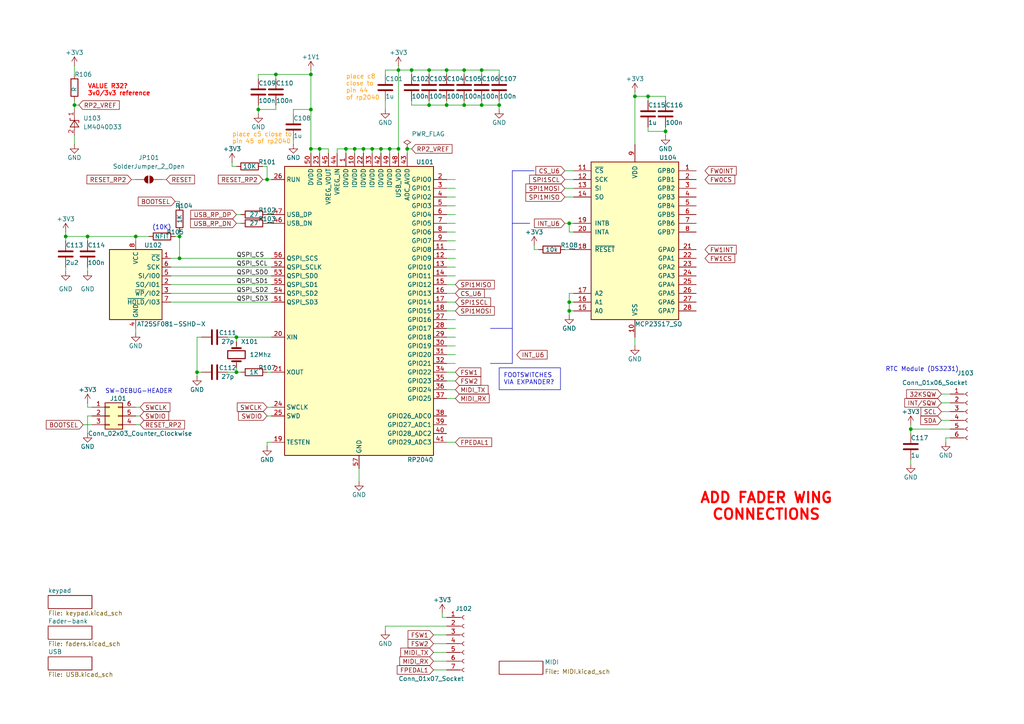
<source format=kicad_sch>
(kicad_sch (version 20231120) (generator "eeschema") (generator_version "8.0")
  (paper "A4")
  (title_block (title "midi-controller") (rev "1.0") (company "NTDev-Technology"))
  (junction (at 134.62 20.32))
  (junction (at 102.87 43.18))
  (junction (at 129.54 30.48))
  (junction (at 165.1 87.63))
  (junction (at 90.17 43.18))
  (junction (at 184.15 27.94))
  (junction (at 21.59 30.48))
  (junction (at 129.54 20.32))
  (junction (at 52.07 74.93))
  (junction (at 52.07 68.58))
  (junction (at 165.1 90.17))
  (junction (at 90.17 21.59))
  (junction (at 139.7 30.48))
  (junction (at 144.78 30.48))
  (junction (at 25.4 68.58))
  (junction (at 134.62 30.48))
  (junction (at 105.41 43.18))
  (junction (at 80.01 21.59))
  (junction (at 57.15 107.95))
  (junction (at 110.49 43.18))
  (junction (at 90.17 31.75))
  (junction (at 107.95 43.18))
  (junction (at 119.38 20.32))
  (junction (at 113.03 43.18))
  (junction (at 92.71 43.18))
  (junction (at 100.33 43.18))
  (junction (at 124.46 20.32))
  (junction (at 264.16 124.46))
  (junction (at 193.04 38.1))
  (junction (at 68.58 107.95))
  (junction (at 115.57 43.18))
  (junction (at 74.93 31.75))
  (junction (at 187.96 27.94))
  (junction (at 115.57 20.32))
  (junction (at 19.05 68.58))
  (junction (at 68.58 97.79))
  (junction (at 118.11 43.18))
  (junction (at 124.46 30.48))
  (junction (at 39.37 68.58))
  (junction (at 139.7 20.32))
  (junction (at 77.47 52.07))
  (junction (at 165.1 64.77))
  (wire (pts (xy 57.15 107.95) (xy 58.42 107.95)))
  (wire (pts (xy 68.58 62.23) (xy 69.85 62.23)))
  (wire (pts (xy 78.74 128.27) (xy 77.47 128.27)))
  (wire (pts (xy 74.93 33.02) (xy 74.93 31.75)))
  (wire (pts (xy 52.07 58.42) (xy 52.07 59.69)))
  (wire (pts (xy 57.15 107.95) (xy 57.15 109.22)))
  (wire (pts (xy 129.54 179.07) (xy 128.27 179.07)))
  (wire (pts (xy 39.37 68.58) (xy 43.18 68.58)))
  (wire (pts (xy 52.07 67.31) (xy 52.07 68.58)))
  (wire (pts (xy 69.85 107.95) (xy 68.58 107.95)))
  (wire (pts (xy 58.42 97.79) (xy 57.15 97.79)))
  (wire (pts (xy 107.95 43.18) (xy 110.49 43.18)))
  (wire (pts (xy 124.46 29.21) (xy 124.46 30.48)))
  (wire (pts (xy 80.01 31.75) (xy 74.93 31.75)))
  (wire (pts (xy 115.57 20.32) (xy 115.57 43.18)))
  (wire (pts (xy 97.79 44.45) (xy 97.79 43.18)))
  (wire (pts (xy 39.37 120.65) (xy 40.64 120.65)))
  (wire (pts (xy 273.05 119.38) (xy 275.59 119.38)))
  (wire (pts (xy 111.76 20.32) (xy 115.57 20.32)))
  (wire (pts (xy 119.38 20.32) (xy 115.57 20.32)))
  (wire (pts (xy 134.62 29.21) (xy 134.62 30.48)))
  (wire (pts (xy 165.1 85.09) (xy 165.1 87.63)))
  (wire (pts (xy 52.07 68.58) (xy 52.07 74.93)))
  (wire (pts (xy 118.11 43.18) (xy 118.11 44.45)))
  (wire (pts (xy 77.47 52.07) (xy 78.74 52.07)))
  (wire (pts (xy 21.59 29.21) (xy 21.59 30.48)))
  (wire (pts (xy 144.78 20.32) (xy 139.7 20.32)))
  (wire (pts (xy 25.4 77.47) (xy 25.4 78.74)))
  (polyline (pts (xy 148.59 64.77) (xy 149.86 64.77)))
  (wire (pts (xy 129.54 181.61) (xy 111.76 181.61)))
  (wire (pts (xy 144.78 30.48) (xy 144.78 31.75)))
  (wire (pts (xy 38.1 52.07) (xy 39.37 52.07)))
  (wire (pts (xy 25.4 120.65) (xy 25.4 125.73)))
  (wire (pts (xy 77.47 64.77) (xy 78.74 64.77)))
  (wire (pts (xy 77.47 62.23) (xy 78.74 62.23)))
  (wire (pts (xy 25.4 68.58) (xy 39.37 68.58)))
  (wire (pts (xy 129.54 54.61) (xy 132.08 54.61)))
  (wire (pts (xy 129.54 113.03) (xy 132.08 113.03)))
  (wire (pts (xy 193.04 29.21) (xy 193.04 27.94)))
  (wire (pts (xy 129.54 82.55) (xy 132.08 82.55)))
  (wire (pts (xy 129.54 20.32) (xy 124.46 20.32)))
  (wire (pts (xy 125.73 186.69) (xy 129.54 186.69)))
  (wire (pts (xy 193.04 36.83) (xy 193.04 38.1)))
  (wire (pts (xy 100.33 43.18) (xy 102.87 43.18)))
  (wire (pts (xy 187.96 27.94) (xy 184.15 27.94)))
  (wire (pts (xy 111.76 181.61) (xy 111.76 182.88)))
  (wire (pts (xy 110.49 43.18) (xy 113.03 43.18)))
  (wire (pts (xy 19.05 69.85) (xy 19.05 68.58)))
  (wire (pts (xy 115.57 43.18) (xy 113.03 43.18)))
  (wire (pts (xy 134.62 30.48) (xy 139.7 30.48)))
  (wire (pts (xy 77.47 128.27) (xy 77.47 129.54)))
  (wire (pts (xy 163.83 49.53) (xy 166.37 49.53)))
  (wire (pts (xy 163.83 52.07) (xy 166.37 52.07)))
  (wire (pts (xy 105.41 43.18) (xy 107.95 43.18)))
  (wire (pts (xy 85.09 31.75) (xy 85.09 33.02)))
  (wire (pts (xy 119.38 21.59) (xy 119.38 20.32)))
  (wire (pts (xy 129.54 64.77) (xy 132.08 64.77)))
  (wire (pts (xy 77.47 118.11) (xy 78.74 118.11)))
  (wire (pts (xy 129.54 87.63) (xy 132.08 87.63)))
  (wire (pts (xy 273.05 121.92) (xy 275.59 121.92)))
  (polyline (pts (xy 148.59 105.41) (xy 148.59 60.96)))
  (wire (pts (xy 129.54 59.69) (xy 132.08 59.69)))
  (wire (pts (xy 76.2 48.26) (xy 77.47 48.26)))
  (wire (pts (xy 92.71 43.18) (xy 90.17 43.18)))
  (wire (pts (xy 129.54 80.01) (xy 132.08 80.01)))
  (wire (pts (xy 129.54 67.31) (xy 132.08 67.31)))
  (wire (pts (xy 68.58 64.77) (xy 69.85 64.77)))
  (wire (pts (xy 184.15 27.94) (xy 184.15 41.91)))
  (wire (pts (xy 49.53 87.63) (xy 78.74 87.63)))
  (wire (pts (xy 129.54 20.32) (xy 129.54 21.59)))
  (wire (pts (xy 163.83 54.61) (xy 166.37 54.61)))
  (wire (pts (xy 129.54 107.95) (xy 132.08 107.95)))
  (wire (pts (xy 90.17 43.18) (xy 90.17 44.45)))
  (wire (pts (xy 19.05 77.47) (xy 19.05 78.74)))
  (wire (pts (xy 129.54 30.48) (xy 134.62 30.48)))
  (wire (pts (xy 166.37 87.63) (xy 165.1 87.63)))
  (wire (pts (xy 144.78 29.21) (xy 144.78 30.48)))
  (wire (pts (xy 77.47 107.95) (xy 78.74 107.95)))
  (wire (pts (xy 125.73 184.15) (xy 129.54 184.15)))
  (wire (pts (xy 163.83 57.15) (xy 166.37 57.15)))
  (wire (pts (xy 187.96 29.21) (xy 187.96 27.94)))
  (wire (pts (xy 85.09 31.75) (xy 90.17 31.75)))
  (wire (pts (xy 68.58 97.79) (xy 78.74 97.79)))
  (wire (pts (xy 39.37 123.19) (xy 40.64 123.19)))
  (wire (pts (xy 129.54 105.41) (xy 132.08 105.41)))
  (wire (pts (xy 39.37 95.25) (xy 39.37 96.52)))
  (wire (pts (xy 129.54 115.57) (xy 132.08 115.57)))
  (wire (pts (xy 111.76 29.21) (xy 111.76 31.75)))
  (wire (pts (xy 129.54 69.85) (xy 132.08 69.85)))
  (wire (pts (xy 21.59 30.48) (xy 22.86 30.48)))
  (wire (pts (xy 49.53 80.01) (xy 78.74 80.01)))
  (wire (pts (xy 66.04 107.95) (xy 68.58 107.95)))
  (wire (pts (xy 129.54 102.87) (xy 132.08 102.87)))
  (wire (pts (xy 156.21 72.39) (xy 154.94 72.39)))
  (wire (pts (xy 129.54 110.49) (xy 132.08 110.49)))
  (wire (pts (xy 80.01 21.59) (xy 90.17 21.59)))
  (wire (pts (xy 102.87 43.18) (xy 105.41 43.18)))
  (wire (pts (xy 163.83 64.77) (xy 165.1 64.77)))
  (wire (pts (xy 129.54 72.39) (xy 132.08 72.39)))
  (wire (pts (xy 50.8 58.42) (xy 52.07 58.42)))
  (wire (pts (xy 264.16 133.35) (xy 264.16 134.62)))
  (wire (pts (xy 52.07 74.93) (xy 78.74 74.93)))
  (wire (pts (xy 274.32 127) (xy 275.59 127)))
  (wire (pts (xy 163.83 72.39) (xy 166.37 72.39)))
  (wire (pts (xy 129.54 128.27) (xy 132.08 128.27)))
  (wire (pts (xy 129.54 95.25) (xy 132.08 95.25)))
  (wire (pts (xy 50.8 68.58) (xy 52.07 68.58)))
  (wire (pts (xy 193.04 27.94) (xy 187.96 27.94)))
  (wire (pts (xy 184.15 97.79) (xy 184.15 100.33)))
  (polyline (pts (xy 148.59 49.53) (xy 154.94 49.53)))
  (wire (pts (xy 49.53 85.09) (xy 78.74 85.09)))
  (wire (pts (xy 166.37 85.09) (xy 165.1 85.09)))
  (wire (pts (xy 19.05 67.31) (xy 19.05 68.58)))
  (wire (pts (xy 80.01 30.48) (xy 80.01 31.75)))
  (wire (pts (xy 74.93 30.48) (xy 74.93 31.75)))
  (wire (pts (xy 119.38 30.48) (xy 124.46 30.48)))
  (wire (pts (xy 129.54 62.23) (xy 132.08 62.23)))
  (wire (pts (xy 139.7 20.32) (xy 134.62 20.32)))
  (wire (pts (xy 129.54 77.47) (xy 132.08 77.47)))
  (wire (pts (xy 134.62 20.32) (xy 129.54 20.32)))
  (wire (pts (xy 144.78 20.32) (xy 144.78 21.59)))
  (wire (pts (xy 77.47 48.26) (xy 77.47 52.07)))
  (wire (pts (xy 273.05 114.3) (xy 275.59 114.3)))
  (wire (pts (xy 25.4 69.85) (xy 25.4 68.58)))
  (wire (pts (xy 128.27 179.07) (xy 128.27 177.8)))
  (wire (pts (xy 80.01 21.59) (xy 80.01 22.86)))
  (wire (pts (xy 49.53 82.55) (xy 78.74 82.55)))
  (wire (pts (xy 129.54 57.15) (xy 132.08 57.15)))
  (wire (pts (xy 139.7 30.48) (xy 144.78 30.48)))
  (wire (pts (xy 68.58 107.95) (xy 68.58 106.68)))
  (wire (pts (xy 129.54 52.07) (xy 132.08 52.07)))
  (wire (pts (xy 129.54 92.71) (xy 132.08 92.71)))
  (wire (pts (xy 21.59 39.37) (xy 21.59 41.91)))
  (wire (pts (xy 264.16 123.19) (xy 264.16 124.46)))
  (wire (pts (xy 124.46 20.32) (xy 119.38 20.32)))
  (wire (pts (xy 95.25 43.18) (xy 92.71 43.18)))
  (wire (pts (xy 129.54 100.33) (xy 132.08 100.33)))
  (wire (pts (xy 274.32 128.27) (xy 274.32 127)))
  (polyline (pts (xy 148.59 60.96) (xy 148.59 49.53)))
  (wire (pts (xy 85.09 40.64) (xy 85.09 41.91)))
  (wire (pts (xy 187.96 38.1) (xy 187.96 36.83)))
  (wire (pts (xy 129.54 90.17) (xy 132.08 90.17)))
  (wire (pts (xy 129.54 74.93) (xy 132.08 74.93)))
  (wire (pts (xy 39.37 118.11) (xy 40.64 118.11)))
  (wire (pts (xy 57.15 97.79) (xy 57.15 107.95)))
  (wire (pts (xy 48.26 52.07) (xy 46.99 52.07)))
  (wire (pts (xy 129.54 85.09) (xy 132.08 85.09)))
  (wire (pts (xy 134.62 20.32) (xy 134.62 21.59)))
  (wire (pts (xy 125.73 189.23) (xy 129.54 189.23)))
  (wire (pts (xy 107.95 43.18) (xy 107.95 44.45)))
  (wire (pts (xy 124.46 30.48) (xy 129.54 30.48)))
  (wire (pts (xy 49.53 74.93) (xy 52.07 74.93)))
  (wire (pts (xy 100.33 44.45) (xy 100.33 43.18)))
  (wire (pts (xy 193.04 38.1) (xy 193.04 39.37)))
  (wire (pts (xy 67.31 48.26) (xy 67.31 46.99)))
  (wire (pts (xy 111.76 21.59) (xy 111.76 20.32)))
  (wire (pts (xy 92.71 43.18) (xy 92.71 44.45)))
  (wire (pts (xy 74.93 22.86) (xy 74.93 21.59)))
  (wire (pts (xy 19.05 68.58) (xy 25.4 68.58)))
  (wire (pts (xy 90.17 20.32) (xy 90.17 21.59)))
  (wire (pts (xy 39.37 68.58) (xy 39.37 69.85)))
  (wire (pts (xy 76.2 52.07) (xy 77.47 52.07)))
  (wire (pts (xy 165.1 87.63) (xy 165.1 90.17)))
  (wire (pts (xy 119.38 43.18) (xy 118.11 43.18)))
  (wire (pts (xy 139.7 20.32) (xy 139.7 21.59)))
  (wire (pts (xy 25.4 118.11) (xy 25.4 116.84)))
  (wire (pts (xy 165.1 67.31) (xy 165.1 64.77)))
  (wire (pts (xy 95.25 44.45) (xy 95.25 43.18)))
  (wire (pts (xy 125.73 191.77) (xy 129.54 191.77)))
  (wire (pts (xy 154.94 72.39) (xy 154.94 71.12)))
  (wire (pts (xy 24.13 123.19) (xy 26.67 123.19)))
  (wire (pts (xy 165.1 90.17) (xy 165.1 91.44)))
  (wire (pts (xy 264.16 124.46) (xy 264.16 125.73)))
  (wire (pts (xy 119.38 29.21) (xy 119.38 30.48)))
  (wire (pts (xy 110.49 43.18) (xy 110.49 44.45)))
  (wire (pts (xy 97.79 43.18) (xy 100.33 43.18)))
  (wire (pts (xy 102.87 43.18) (xy 102.87 44.45)))
  (wire (pts (xy 68.58 48.26) (xy 67.31 48.26)))
  (wire (pts (xy 124.46 20.32) (xy 124.46 21.59)))
  (wire (pts (xy 115.57 44.45) (xy 115.57 43.18)))
  (wire (pts (xy 25.4 118.11) (xy 26.67 118.11)))
  (wire (pts (xy 273.05 116.84) (xy 275.59 116.84)))
  (wire (pts (xy 165.1 64.77) (xy 166.37 64.77)))
  (wire (pts (xy 77.47 120.65) (xy 78.74 120.65)))
  (polyline (pts (xy 142.24 95.25) (xy 148.59 95.25)))
  (wire (pts (xy 49.53 77.47) (xy 78.74 77.47)))
  (wire (pts (xy 104.14 135.89) (xy 104.14 139.7)))
  (wire (pts (xy 166.37 67.31) (xy 165.1 67.31)))
  (wire (pts (xy 125.73 194.31) (xy 129.54 194.31)))
  (wire (pts (xy 21.59 30.48) (xy 21.59 31.75)))
  (wire (pts (xy 139.7 29.21) (xy 139.7 30.48)))
  (wire (pts (xy 129.54 97.79) (xy 132.08 97.79)))
  (wire (pts (xy 184.15 26.67) (xy 184.15 27.94)))
  (wire (pts (xy 90.17 43.18) (xy 90.17 31.75)))
  (wire (pts (xy 193.04 38.1) (xy 187.96 38.1)))
  (wire (pts (xy 90.17 21.59) (xy 90.17 31.75)))
  (wire (pts (xy 275.59 124.46) (xy 264.16 124.46)))
  (wire (pts (xy 115.57 19.05) (xy 115.57 20.32)))
  (wire (pts (xy 25.4 120.65) (xy 26.67 120.65)))
  (wire (pts (xy 66.04 97.79) (xy 68.58 97.79)))
  (wire (pts (xy 68.58 99.06) (xy 68.58 97.79)))
  (polyline (pts (xy 149.86 64.77) (xy 153.67 64.77)))
  (wire (pts (xy 113.03 43.18) (xy 113.03 44.45)))
  (wire (pts (xy 166.37 90.17) (xy 165.1 90.17)))
  (wire (pts (xy 129.54 29.21) (xy 129.54 30.48)))
  (wire (pts (xy 105.41 43.18) (xy 105.41 44.45)))
  (wire (pts (xy 21.59 19.05) (xy 21.59 21.59)))
  (polyline (pts (xy 142.24 105.41) (xy 148.59 105.41)))
  (wire (pts (xy 74.93 21.59) (xy 80.01 21.59)))
  (rectangle (start 144.78 106.68) (end 162.56 113.03))
  (text "VALUE R32?\n3v0/3v3 reference\n" (at 25.4 27.94 0) (effects (font (size 1.27 1.27) (thickness 0.254) (bold yes)) (justify left bottom)))
  (text "SW-DEBUG-HEADER" (at 30.48 114.3 0) (effects (font (size 1.27 1.27)) (justify left bottom)))
  (text "RTC Module (DS3231)" (at 267.462 107.188 0) (effects (font (size 1.27 1.27))))
  (text "FOOTSWITCHES \nVIA EXPANDER?" (at 146.05 111.76 0) (effects (font (size 1.27 1.27)) (justify left bottom)))
  (text "place c8\nclose to\npin 44\nof rp2040" (at 100.33 29.21 0) (effects (font (size 1.27 1.27)) (justify left bottom)))
  (text "Ethernet? (rtp midi)" (at 323.85 20.955 0) (effects (font (size 1.27 1.27))))
  (text "ADD FADER WING\nCONNECTIONS" (at 222.25 151.13 0) (effects (font (size 3 3) (thickness 0.6) (bold yes)) (justify bottom)))
  (text "place c5 close to\npin 45 of rp2040" (at 67.31 41.91 0) (effects (font (size 1.27 1.27)) (justify left bottom)))
  (text "(10K)\n" (at 44.1286 66.8139 0) (effects (font (size 1.27 1.27)) (justify left bottom)))
  (text "for RTP-MIDI over\nethernet and or wifi/ble" (at 323.85 36.068 0) (effects (font (size 1.27 1.27))))
  (label "QSPI_SD3" (at 68.58 87.63 0))
  (label "QSPI_SD1" (at 68.58 82.55 0))
  (label "SPI0_01_R" (at 165.0817 72.39 0) (effects (font (size 0.2 0.2))))
  (label "QSPI_SCL" (at 68.58 77.47 0))
  (label "USB_RP2_DN" (at 77.47 64.77 0) (effects (font (size 0.2 0.2))))
  (label "QSPI_SD0" (at 68.58 80.01 0))
  (label "QSPI_SD2" (at 68.58 85.09 0))
  (label "USB_RP2_DP" (at 77.47 62.23 0) (effects (font (size 0.2 0.2))))
  (label "QSPI_CS" (at 68.58 74.93 0))
  (global_label "FW0CS" (shape input) (at 204.47 52.07 0) (property "Intersheetrefs" "${INTERSHEET_REFS}" (effects (hide yes))))
  (global_label "FW1CS" (shape input) (at 204.47 74.93 0) (property "Intersheetrefs" "${INTERSHEET_REFS}" (effects (hide yes))))
  (global_label "INT_U6" (shape input) (at 163.83 64.77 180) (property "Intersheetrefs" "${INTERSHEET_REFS}" (effects (hide yes))))
  (global_label "FPEDAL1" (shape input) (at 125.73 194.31 180) (property "Intersheetrefs" "${INTERSHEET_REFS}" (effects (hide yes))))
  (global_label "SPI1SCL" (shape input) (at 163.83 52.07 180) (property "Intersheetrefs" "${INTERSHEET_REFS}" (effects (hide yes))))
  (global_label "SPI1MOSI" (shape input) (at 163.83 54.61 180) (property "Intersheetrefs" "${INTERSHEET_REFS}" (effects (hide yes))))
  (global_label "USB_RP_DN" (shape input) (at 68.58 64.77 180) (property "Intersheetrefs" "${INTERSHEET_REFS}" (effects (hide yes))))
  (global_label "SWCLK" (shape input) (at 40.64 118.11 0) (property "Intersheetrefs" "${INTERSHEET_REFS}" (effects (hide yes))))
  (global_label "SPI1MOSI" (shape input) (at 132.08 90.17 0) (property "Intersheetrefs" "${INTERSHEET_REFS}" (effects (hide yes))))
  (global_label "BOOTSEL" (shape input) (at 50.8 58.42 180) (property "Intersheetrefs" "${INTERSHEET_REFS}" (effects (hide yes))))
  (global_label "SWCLK" (shape input) (at 77.47 118.11 180) (property "Intersheetrefs" "${INTERSHEET_REFS}" (effects (hide yes))))
  (global_label "SPI1MISO" (shape input) (at 163.83 57.15 180) (property "Intersheetrefs" "${INTERSHEET_REFS}" (effects (hide yes))))
  (global_label "SPI1SCL" (shape input) (at 132.08 87.63 0) (property "Intersheetrefs" "${INTERSHEET_REFS}" (effects (hide yes))))
  (global_label "32KSQW" (shape input) (at 273.05 114.3 180) (property "Intersheetrefs" "${INTERSHEET_REFS}" (effects (hide yes))))
  (global_label "MIDI_TX" (shape input) (at 125.73 189.23 180) (property "Intersheetrefs" "${INTERSHEET_REFS}" (effects (hide yes))))
  (global_label "RESET_RP2" (shape input) (at 38.1 52.07 180) (property "Intersheetrefs" "${INTERSHEET_REFS}" (effects (hide yes))))
  (global_label "FSW1" (shape input) (at 125.73 184.15 180) (property "Intersheetrefs" "${INTERSHEET_REFS}" (effects (hide yes))))
  (global_label "RP2_VREF" (shape input) (at 22.86 30.48 0) (property "Intersheetrefs" "${INTERSHEET_REFS}" (effects (hide yes))))
  (global_label "RP2_VREF" (shape input) (at 119.38 43.18 0) (property "Intersheetrefs" "${INTERSHEET_REFS}" (effects (hide yes))))
  (global_label "INT_U6" (shape input) (at 149.86 102.87 0) (property "Intersheetrefs" "${INTERSHEET_REFS}" (effects (hide yes))))
  (global_label "RESET_RP2" (shape input) (at 76.2 52.07 180) (property "Intersheetrefs" "${INTERSHEET_REFS}" (effects (hide yes))))
  (global_label "SWDIO" (shape input) (at 40.64 120.65 0) (property "Intersheetrefs" "${INTERSHEET_REFS}" (effects (hide yes))))
  (global_label "CS_U6" (shape input) (at 132.08 85.09 0) (property "Intersheetrefs" "${INTERSHEET_REFS}" (effects (hide yes))))
  (global_label "MIDI_TX" (shape input) (at 132.08 113.03 0) (property "Intersheetrefs" "${INTERSHEET_REFS}" (effects (hide yes))))
  (global_label "RESET_RP2" (shape input) (at 40.64 123.19 0) (property "Intersheetrefs" "${INTERSHEET_REFS}" (effects (hide yes))))
  (global_label "INT{slash}SQW" (shape input) (at 273.05 116.84 180) (property "Intersheetrefs" "${INTERSHEET_REFS}" (effects (hide yes))))
  (global_label "CS_U6" (shape input) (at 163.83 49.53 180) (property "Intersheetrefs" "${INTERSHEET_REFS}" (effects (hide yes))))
  (global_label "FPEDAL1" (shape input) (at 132.08 128.27 0) (property "Intersheetrefs" "${INTERSHEET_REFS}" (effects (hide yes))))
  (global_label "FSW2" (shape input) (at 125.73 186.69 180) (property "Intersheetrefs" "${INTERSHEET_REFS}" (effects (hide yes))))
  (global_label "SCL" (shape input) (at 273.05 119.38 180) (property "Intersheetrefs" "${INTERSHEET_REFS}" (effects (hide yes))))
  (global_label "FW1INT" (shape input) (at 204.47 72.39 0) (property "Intersheetrefs" "${INTERSHEET_REFS}" (effects (hide yes))))
  (global_label "USB_RP_DP" (shape input) (at 68.58 62.23 180) (property "Intersheetrefs" "${INTERSHEET_REFS}" (effects (hide yes))))
  (global_label "FW0INT" (shape input) (at 204.47 49.53 0) (property "Intersheetrefs" "${INTERSHEET_REFS}" (effects (hide yes))))
  (global_label "FSW1" (shape input) (at 132.08 107.95 0) (property "Intersheetrefs" "${INTERSHEET_REFS}" (effects (hide yes))))
  (global_label "BOOTSEL" (shape input) (at 24.13 123.19 180) (property "Intersheetrefs" "${INTERSHEET_REFS}" (effects (hide yes))))
  (global_label "MIDI_RX" (shape input) (at 125.73 191.77 180) (property "Intersheetrefs" "${INTERSHEET_REFS}" (effects (hide yes))))
  (global_label "MIDI_RX" (shape input) (at 132.08 115.57 0) (property "Intersheetrefs" "${INTERSHEET_REFS}" (effects (hide yes))))
  (global_label "SDA" (shape input) (at 273.05 121.92 180) (property "Intersheetrefs" "${INTERSHEET_REFS}" (effects (hide yes))))
  (global_label "SPI1MISO" (shape input) (at 132.08 82.55 0) (property "Intersheetrefs" "${INTERSHEET_REFS}" (effects (hide yes))))
  (global_label "FSW2" (shape input) (at 132.08 110.49 0) (property "Intersheetrefs" "${INTERSHEET_REFS}" (effects (hide yes))))
  (global_label "RESET" (shape input) (at 48.26 52.07 0) (property "Intersheetrefs" "${INTERSHEET_REFS}" (effects (hide yes))))
  (global_label "SWDIO" (shape input) (at 77.47 120.65 180) (property "Intersheetrefs" "${INTERSHEET_REFS}" (effects (hide yes))))
  (symbol (lib_id "Device:C") (at 19.05 73.66 0) (unit 1)
    (property "Reference" "C113" (at 19.05 71.12 0) (effects (justify left)))
    (property "Value" "2u2" (at 19.05 76.2 0) (effects (justify left)))
    (property "Footprint" "Capacitor_SMD:C_0603_1608Metric_Pad1.08x0.95mm_HandSolder" (effects (hide yes)))
  )
  (symbol (lib_id "Reference_Voltage:LM4040DBZ-2.0") (at 21.59 35.56 90) (unit 1)
    (property "Reference" "U103" (at 24.13 34.2899 90) (effects (justify right)))
    (property "Value" "LM4040D33" (at 24.13 36.8299 90) (effects (justify right)))
    (property "Footprint" "Package_TO_SOT_SMD:SOT-23" (effects (hide yes)))
    (property "Datasheet" "http://www.ti.com/lit/ds/symlink/lm4040-n.pdf" (effects (hide yes)))
  )
  (symbol (lib_id "Device:C") (at 193.04 33.02 0) (unit 1)
    (property "Reference" "C116" (at 193.04 30.48 0) (effects (justify left)))
    (property "Value" "100n" (at 193.04 35.56 0) (effects (justify left)))
    (property "Footprint" "Capacitor_SMD:C_0603_1608Metric_Pad1.08x0.95mm_HandSolder" (effects (hide yes)))
  )
  (symbol (lib_id "Device:C") (at 119.38 25.4 0) (unit 1)
    (property "Reference" "C102" (at 119.38 22.86 0) (effects (justify left)))
    (property "Value" "100n" (at 119.38 27.94 0) (effects (justify left)))
    (property "Footprint" "Capacitor_SMD:C_0603_1608Metric_Pad1.08x0.95mm_HandSolder" (effects (hide yes)))
  )
  (symbol (lib_id "Device:R") (at 52.07 63.5 180) (unit 1)
    (property "Reference" "R104" (at 53.34 59.69 0))
    (property "Value" "1K" (at 52.07 63.5 90))
    (property "Footprint" "Resistor_SMD:R_0603_1608Metric_Pad0.98x0.95mm_HandSolder" (effects (hide yes)))
  )
  (symbol (lib_id "Device:C") (at 139.7 25.4 0) (unit 1)
    (property "Reference" "C106" (at 139.7 22.86 0) (effects (justify left)))
    (property "Value" "100n" (at 139.7 27.94 0) (effects (justify left)))
    (property "Footprint" "Capacitor_SMD:C_0603_1608Metric_Pad1.08x0.95mm_HandSolder" (effects (hide yes)))
  )
  (symbol (lib_name "GND_9") (lib_id "power:GND") (at 111.76 31.75 0) (unit 1)
    (property "Reference" "#PWR0122" (effects (hide yes)))
    (property "Value" "GND" (at 111.76 35.56 0))
    (property "Description" "Power symbol creates a global label with name \"GND\" , ground" (effects (hide yes)))
  )
  (symbol (lib_name "GND_10") (lib_id "power:GND") (at 19.05 78.74 0) (unit 1)
    (property "Reference" "#PWR0127" (effects (hide yes)))
    (property "Value" "GND" (at 19.05 83.82 0))
    (property "Description" "Power symbol creates a global label with name \"GND\" , ground" (effects (hide yes)))
  )
  (symbol (lib_name "GND_11") (lib_id "power:GND") (at 21.59 41.91 0) (unit 1)
    (property "Reference" "#PWR0113" (effects (hide yes)))
    (property "Value" "GND" (at 21.59 45.72 0))
    (property "Description" "Power symbol creates a global label with name \"GND\" , ground" (effects (hide yes)))
  )
  (symbol (lib_id "Device:C") (at 134.62 25.4 0) (unit 1)
    (property "Reference" "C105" (at 134.62 22.86 0) (effects (justify left)))
    (property "Value" "100n" (at 134.62 27.94 0) (effects (justify left)))
    (property "Footprint" "Capacitor_SMD:C_0603_1608Metric_Pad1.08x0.95mm_HandSolder" (effects (hide yes)))
  )
  (symbol (lib_id "Connector:Conn_01x07_Socket") (at 134.62 186.69 0) (unit 1)
    (property "Reference" "J102" (at 132.08 176.53 0) (effects (justify left)))
    (property "Value" "Conn_01x07_Socket" (at 115.57 196.85 0) (effects (justify left)))
    (property "Footprint" "Connector_JST:JST_XH_B7B-XH-A_1x07_P2.50mm_Vertical" (effects (hide yes)))
  )
  (symbol (lib_name "GND_12") (lib_id "power:GND") (at 77.47 129.54 0) (unit 1)
    (property "Reference" "#PWR0115" (effects (hide yes)))
    (property "Value" "GND" (at 77.47 133.35 0))
    (property "Description" "Power symbol creates a global label with name \"GND\" , ground" (effects (hide yes)))
  )
  (symbol (lib_name "GND_13") (lib_id "power:GND") (at 85.09 41.91 0) (unit 1)
    (property "Reference" "#PWR0107" (effects (hide yes)))
    (property "Value" "GND" (at 85.09 45.72 0))
    (property "Description" "Power symbol creates a global label with name \"GND\" , ground" (effects (hide yes)))
  )
  (symbol (lib_name "+3V3_4") (lib_id "power:+3V3") (at 115.57 19.05 0) (unit 1)
    (property "Reference" "#PWR0121" (effects (hide yes)))
    (property "Value" "+3V3" (at 115.57 15.24 0))
    (property "Description" "Power symbol creates a global label with name \"+3V3\"" (effects (hide yes)))
  )
  (symbol (lib_id "Device:C") (at 62.23 97.79 90) (unit 1)
    (property "Reference" "C111" (at 66.04 96.52 90))
    (property "Value" "27p" (at 66.04 99.06 90))
    (property "Footprint" "Capacitor_SMD:C_0603_1608Metric_Pad1.08x0.95mm_HandSolder" (effects (hide yes)))
  )
  (symbol (lib_id "power:+3V3") (at 128.27 177.8 0) (unit 1)
    (property "Reference" "#PWR0111" (effects (hide yes)))
    (property "Value" "+3V3" (at 128.27 173.99 0))
    (property "Description" "Power symbol creates a global label with name \"+3V3\"" (effects (hide yes)))
  )
  (symbol (lib_id "Device:R") (at 46.99 68.58 90) (unit 1)
    (property "Reference" "R105" (at 50.8 67.31 90))
    (property "Value" "NFIT" (at 46.99 68.58 90))
    (property "Footprint" "Resistor_SMD:R_0603_1608Metric_Pad0.98x0.95mm_HandSolder" (effects (hide yes)))
  )
  (symbol (lib_id "RF_Module:ESP32-WROOM-32U") (at 325.12 80.01 0) (unit 1)
    (property "Reference" "U105" (at 327.3141 41.91 0) (effects (justify left)))
    (property "Value" "ESP32-WROOM-32U" (at 327.3141 44.45 0) (effects (justify left)))
    (property "Footprint" "RF_Module:ESP32-WROOM-32U" (effects (hide yes)))
    (property "Datasheet" "https://www.espressif.com/sites/default/files/documentation/esp32-wroom-32d_esp32-wroom-32u_datasheet_en.pdf" (effects (hide yes)))
    (property "Description" "RF Module, ESP32-D0WD SoC, Wi-Fi 802.11b/g/n, Bluetooth, BLE, 32-bit, 2.7-3.6V, external antenna, SMD" (effects (hide yes)))
  )
  (symbol (lib_id "Device:C") (at 124.46 25.4 0) (unit 1)
    (property "Reference" "C103" (at 124.46 22.86 0) (effects (justify left)))
    (property "Value" "100n" (at 124.46 27.94 0) (effects (justify left)))
    (property "Footprint" "Capacitor_SMD:C_0603_1608Metric_Pad1.08x0.95mm_HandSolder" (effects (hide yes)))
  )
  (symbol (lib_id "Interface_Expansion:MCP23S17_SO") (at 184.15 69.85 0) (unit 1)
    (property "Reference" "U104" (at 191.135 45.72 0) (effects (justify left)))
    (property "Value" "MCP23S17_SO" (at 184.15 93.98 0) (effects (justify left)))
    (property "Footprint" "Package_SO:SOIC-28W_7.5x17.9mm_P1.27mm" (effects (hide yes)))
    (property "Datasheet" "http://ww1.microchip.com/downloads/en/DeviceDoc/20001952C.pdf" (effects (hide yes)))
  )
  (symbol (lib_id "power:+1V1") (at 90.17 20.32 0) (unit 1)
    (property "Reference" "#PWR0120" (effects (hide yes)))
    (property "Value" "+1V1" (at 90.17 16.51 0))
    (property "Description" "Power symbol creates a global label with name \"+1V1\"" (effects (hide yes)))
  )
  (symbol (lib_name "GND_1") (lib_id "power:GND") (at 193.04 39.37 0) (unit 1)
    (property "Reference" "#PWR0102" (effects (hide yes)))
    (property "Value" "GND" (at 193.04 43.18 0))
    (property "Description" "Power symbol creates a global label with name \"GND\" , ground" (effects (hide yes)))
  )
  (symbol (lib_id "Memory_Flash:AT25SF081-SSHD-X") (at 39.37 82.55 0) (mirror y) (unit 1)
    (property "Reference" "U102" (at 46.99 71.12 0) (effects (justify left)))
    (property "Value" "AT25SF081-SSHD-X" (at 59.69 93.98 0) (effects (justify left)))
    (property "Footprint" "Package_SO:SOIC-8_3.9x4.9mm_P1.27mm" (effects (hide yes)))
    (property "Datasheet" "https://www.adestotech.com/wp-content/uploads/DS-AT25SF081_045.pdf" (effects (hide yes)))
  )
  (symbol (lib_name "GND_2") (lib_id "power:GND") (at 184.15 100.33 0) (unit 1)
    (property "Reference" "#PWR0103" (effects (hide yes)))
    (property "Value" "GND" (at 184.15 104.14 0))
    (property "Description" "Power symbol creates a global label with name \"GND\" , ground" (effects (hide yes)))
  )
  (symbol (lib_id "Device:Crystal") (at 68.58 102.87 90) (unit 1)
    (property "Reference" "X101" (at 69.85 99.06 90) (effects (justify right)))
    (property "Value" "12Mhz" (at 72.39 102.87 90) (effects (justify right)))
    (property "Footprint" "Crystal:Crystal_SMD_HC49-SD" (effects (hide yes)))
  )
  (symbol (lib_id "Device:C") (at 111.76 25.4 0) (unit 1)
    (property "Reference" "C101" (at 111.76 22.86 0) (effects (justify left)))
    (property "Value" "1u" (at 111.76 27.94 0) (effects (justify left)))
    (property "Footprint" "Capacitor_SMD:C_0603_1608Metric_Pad1.08x0.95mm_HandSolder" (effects (hide yes)))
  )
  (symbol (lib_name "+3V3_5") (lib_id "power:+3V3") (at 67.31 46.99 0) (unit 1)
    (property "Reference" "#PWR0109" (effects (hide yes)))
    (property "Value" "+3V3" (at 67.31 43.18 0))
    (property "Description" "Power symbol creates a global label with name \"+3V3\"" (effects (hide yes)))
  )
  (symbol (lib_id "Device:C") (at 25.4 73.66 0) (unit 1)
    (property "Reference" "C114" (at 25.4 71.12 0) (effects (justify left)))
    (property "Value" "100n" (at 25.4 76.2 0) (effects (justify left)))
    (property "Footprint" "Capacitor_SMD:C_0603_1608Metric_Pad1.08x0.95mm_HandSolder" (effects (hide yes)))
  )
  (symbol (lib_name "GND_8") (lib_id "power:GND") (at 144.78 31.75 0) (unit 1)
    (property "Reference" "#PWR0123" (effects (hide yes)))
    (property "Value" "GND" (at 144.78 35.56 0))
    (property "Description" "Power symbol creates a global label with name \"GND\" , ground" (effects (hide yes)))
  )
  (symbol (lib_name "+3V3_6") (lib_id "power:+3V3") (at 19.05 67.31 0) (unit 1)
    (property "Reference" "#PWR0128" (effects (hide yes)))
    (property "Value" "+3V3" (at 19.05 63.5 0))
    (property "Description" "Power symbol creates a global label with name \"+3V3\"" (effects (hide yes)))
  )
  (symbol (lib_name "GND_3") (lib_id "power:GND") (at 165.1 91.44 0) (unit 1)
    (property "Reference" "#PWR0125" (effects (hide yes)))
    (property "Value" "GND" (at 165.1 95.25 0))
    (property "Description" "Power symbol creates a global label with name \"GND\" , ground" (effects (hide yes)))
  )
  (symbol (lib_name "GND_7") (lib_id "power:GND") (at 264.16 134.62 0) (unit 1)
    (property "Reference" "#PWR0105" (effects (hide yes)))
    (property "Value" "GND" (at 264.16 138.43 0))
    (property "Description" "Power symbol creates a global label with name \"GND\" , ground" (effects (hide yes)))
  )
  (symbol (lib_name "GND_14") (lib_id "power:GND") (at 57.15 109.22 0) (unit 1)
    (property "Reference" "#PWR0118" (effects (hide yes)))
    (property "Value" "GND" (at 57.15 113.03 0))
    (property "Description" "Power symbol creates a global label with name \"GND\" , ground" (effects (hide yes)))
  )
  (symbol (lib_id "Device:C") (at 74.93 26.67 0) (unit 1)
    (property "Reference" "C109" (at 74.93 24.13 0) (effects (justify left)))
    (property "Value" "100n" (at 74.93 29.21 0) (effects (justify left)))
    (property "Footprint" "Capacitor_SMD:C_0603_1608Metric_Pad1.08x0.95mm_HandSolder" (effects (hide yes)))
  )
  (symbol (lib_id "MCU_RaspberryPi:RP2040") (at 104.14 90.17 0) (unit 1)
    (property "Reference" "U101" (at 120.65 46.99 0) (effects (justify left)))
    (property "Value" "RP2040" (at 118.11 133.35 0) (effects (justify left)))
    (property "Footprint" "Package_DFN_QFN:QFN-56-1EP_7x7mm_P0.4mm_EP3.2x3.2mm" (effects (hide yes)))
    (property "Datasheet" "https://datasheets.raspberrypi.com/rp2040/rp2040-datasheet.pdf" (effects (hide yes)))
  )
  (symbol (lib_id "Device:R") (at 73.66 64.77 90) (unit 1)
    (property "Reference" "R103" (at 77.47 63.5 90))
    (property "Value" "27" (at 73.66 64.77 90))
    (property "Footprint" "Resistor_SMD:R_0603_1608Metric_Pad0.98x0.95mm_HandSolder" (effects (hide yes)))
  )
  (symbol (lib_id "Device:R") (at 21.59 25.4 0) (unit 1)
    (property "Reference" "R106" (at 21.59 21.59 0) (effects (justify left)))
    (property "Value" "R" (at 21.59 26.67 90) (effects (justify left)))
    (property "Footprint" "Resistor_SMD:R_0603_1608Metric_Pad0.98x0.95mm_HandSolder" (effects (hide yes)))
  )
  (symbol (lib_id "Connector_Generic:Conn_02x03_Counter_Clockwise") (at 31.75 120.65 0) (unit 1)
    (property "Reference" "J101" (at 34.29 115.57 0))
    (property "Value" "Conn_02x03_Counter_Clockwise" (at 40.64 125.73 0))
    (property "Footprint" "Connector_PinHeader_2.54mm:PinHeader_2x03_P2.54mm_Vertical" (effects (hide yes)))
  )
  (symbol (lib_id "Device:C") (at 80.01 26.67 0) (unit 1)
    (property "Reference" "C110" (at 80.01 24.13 0) (effects (justify left)))
    (property "Value" "100n" (at 80.01 29.21 0) (effects (justify left)))
    (property "Footprint" "Capacitor_SMD:C_0603_1608Metric_Pad1.08x0.95mm_HandSolder" (effects (hide yes)))
  )
  (symbol (lib_name "+3V3_7") (lib_id "power:+3V3") (at 25.4 116.84 0) (unit 1)
    (property "Reference" "#PWR0116" (effects (hide yes)))
    (property "Value" "+3V3" (at 25.4 113.03 0))
    (property "Description" "Power symbol creates a global label with name \"+3V3\"" (effects (hide yes)))
  )
  (symbol (lib_name "+3V3_1") (lib_id "power:+3V3") (at 154.94 71.12 0) (unit 1)
    (property "Reference" "#PWR0124" (effects (hide yes)))
    (property "Value" "+3V3" (at 154.94 67.31 0))
    (property "Description" "Power symbol creates a global label with name \"+3V3\"" (effects (hide yes)))
  )
  (symbol (lib_name "GND_19") (lib_id "power:GND") (at 111.76 182.88 0) (unit 1)
    (property "Reference" "#PWR0112" (effects (hide yes)))
    (property "Value" "GND" (at 111.76 186.69 0))
    (property "Description" "Power symbol creates a global label with name \"GND\" , ground" (effects (hide yes)))
  )
  (symbol (lib_id "Device:C") (at 144.78 25.4 0) (unit 1)
    (property "Reference" "C107" (at 144.78 22.86 0) (effects (justify left)))
    (property "Value" "100n" (at 144.78 27.94 0) (effects (justify left)))
    (property "Footprint" "Capacitor_SMD:C_0603_1608Metric_Pad1.08x0.95mm_HandSolder" (effects (hide yes)))
  )
  (symbol (lib_name "+3V3_8") (lib_id "power:+3V3") (at 21.59 19.05 0) (unit 1)
    (property "Reference" "#PWR0114" (effects (hide yes)))
    (property "Value" "+3V3" (at 21.59 15.24 0))
    (property "Description" "Power symbol creates a global label with name \"+3V3\"" (effects (hide yes)))
  )
  (symbol (lib_id "Device:C") (at 85.09 36.83 0) (unit 1)
    (property "Reference" "C108" (at 85.09 34.29 0) (effects (justify left)))
    (property "Value" "1u" (at 85.09 39.37 0) (effects (justify left)))
    (property "Footprint" "Capacitor_SMD:C_0603_1608Metric_Pad1.08x0.95mm_HandSolder" (effects (hide yes)))
  )
  (symbol (lib_id "Device:C") (at 129.54 25.4 0) (unit 1)
    (property "Reference" "C104" (at 129.54 22.86 0) (effects (justify left)))
    (property "Value" "100n" (at 129.54 27.94 0) (effects (justify left)))
    (property "Footprint" "Capacitor_SMD:C_0603_1608Metric_Pad1.08x0.95mm_HandSolder" (effects (hide yes)))
  )
  (symbol (lib_name "GND_15") (lib_id "power:GND") (at 25.4 125.73 0) (unit 1)
    (property "Reference" "#PWR0117" (effects (hide yes)))
    (property "Value" "GND" (at 25.4 129.54 0))
    (property "Description" "Power symbol creates a global label with name \"GND\" , ground" (effects (hide yes)))
  )
  (symbol (lib_name "+3V3_3") (lib_id "power:+3V3") (at 264.16 123.19 0) (unit 1)
    (property "Reference" "#PWR0106" (effects (hide yes)))
    (property "Value" "+3V3" (at 264.16 119.38 0))
    (property "Description" "Power symbol creates a global label with name \"+3V3\"" (effects (hide yes)))
  )
  (symbol (lib_id "Device:R") (at 160.02 72.39 90) (unit 1)
    (property "Reference" "R108" (at 165.1 71.12 90))
    (property "Value" "10k" (at 160.02 72.39 90))
    (property "Footprint" "Resistor_SMD:R_0603_1608Metric_Pad0.98x0.95mm_HandSolder" (effects (hide yes)))
  )
  (symbol (lib_name "GND_16") (lib_id "power:GND") (at 74.93 33.02 0) (unit 1)
    (property "Reference" "#PWR0108" (effects (hide yes)))
    (property "Value" "GND" (at 74.93 36.83 0))
    (property "Description" "Power symbol creates a global label with name \"GND\" , ground" (effects (hide yes)))
  )
  (symbol (lib_id "Device:C") (at 187.96 33.02 0) (unit 1)
    (property "Reference" "C115" (at 187.96 30.48 0) (effects (justify left)))
    (property "Value" "1u" (at 187.96 35.56 0) (effects (justify left)))
    (property "Footprint" "Capacitor_SMD:C_0603_1608Metric_Pad1.08x0.95mm_HandSolder" (effects (hide yes)))
  )
  (symbol (lib_name "GND_17") (lib_id "power:GND") (at 39.37 96.52 0) (unit 1)
    (property "Reference" "#PWR0119" (effects (hide yes)))
    (property "Value" "GND" (at 39.37 100.33 0))
    (property "Description" "Power symbol creates a global label with name \"GND\" , ground" (effects (hide yes)))
  )
  (symbol (lib_id "Device:C") (at 62.23 107.95 90) (unit 1)
    (property "Reference" "C112" (at 66.04 106.68 90))
    (property "Value" "27p" (at 66.04 109.22 90))
    (property "Footprint" "Capacitor_SMD:C_0603_1608Metric_Pad1.08x0.95mm_HandSolder" (effects (hide yes)))
  )
  (symbol (lib_id "power:GND") (at 104.14 139.7 0) (unit 1)
    (property "Reference" "#PWR0110" (effects (hide yes)))
    (property "Value" "GND" (at 104.14 143.51 0))
  )
  (symbol (lib_name "+3V3_2") (lib_id "power:+3V3") (at 184.15 26.67 0) (unit 1)
    (property "Reference" "#PWR0101" (effects (hide yes)))
    (property "Value" "+3V3" (at 184.15 22.86 0))
    (property "Description" "Power symbol creates a global label with name \"+3V3\"" (effects (hide yes)))
  )
  (symbol (lib_id "Device:R") (at 72.39 48.26 90) (unit 1)
    (property "Reference" "R101" (at 77.47 46.99 90))
    (property "Value" "10K" (at 72.39 48.26 90))
    (property "Footprint" "Resistor_SMD:R_0603_1608Metric_Pad0.98x0.95mm_HandSolder" (effects (hide yes)))
    (property "Description" "Resistor" (effects (hide yes)))
  )
  (symbol (lib_id "Device:R") (at 73.66 107.95 90) (unit 1)
    (property "Reference" "R107" (at 77.47 106.68 90))
    (property "Value" "1K" (at 73.66 107.95 90))
    (property "Footprint" "Resistor_SMD:R_0603_1608Metric_Pad0.98x0.95mm_HandSolder" (effects (hide yes)))
  )
  (symbol (lib_name "GND_18") (lib_id "power:GND") (at 25.4 78.74 0) (unit 1)
    (property "Reference" "#PWR0126" (effects (hide yes)))
    (property "Value" "GND" (at 25.4 83.82 0))
    (property "Description" "Power symbol creates a global label with name \"GND\" , ground" (effects (hide yes)))
  )
  (symbol (lib_id "Device:C") (at 264.16 129.54 0) (unit 1)
    (property "Reference" "C117" (at 264.16 127 0) (effects (justify left)))
    (property "Value" "1u" (at 264.16 132.08 0) (effects (justify left)))
    (property "Footprint" "Capacitor_SMD:C_0603_1608Metric_Pad1.08x0.95mm_HandSolder" (effects (hide yes)))
  )
  (symbol (lib_id "power:PWR_FLAG") (at 118.11 43.18 0) (unit 1)
    (property "Reference" "#FLG0101" (effects (hide yes)))
    (property "Value" "PWR_FLAG" (at 124.206 38.862 0))
    (property "Description" "Special symbol for telling ERC where power comes from" (effects (hide yes)))
  )
  (symbol (lib_id "Jumper:SolderJumper_2_Open") (at 43.18 52.07 0) (unit 1) (exclude_from_sim yes) (in_bom no)
    (property "Reference" "JP101" (at 43.18 45.72 0))
    (property "Value" "SolderJumper_2_Open" (at 43.18 48.26 0))
    (property "Footprint" "Jumper:SolderJumper-2_P1.3mm_Open_TrianglePad1.0x1.5mm" (effects (hide yes)))
    (property "Description" "Solder Jumper, 2-pole, open" (effects (hide yes)))
  )
  (symbol (lib_id "Connector:Conn_01x06_Socket") (at 280.67 119.38 0) (unit 1)
    (property "Reference" "J103" (at 277.622 108.204 0) (effects (justify left)))
    (property "Value" "Conn_01x06_Socket" (at 261.62 110.998 0) (effects (justify left)))
    (property "Footprint" "Connector_PinHeader_2.54mm:PinHeader_1x06_P2.54mm_Vertical" (effects (hide yes)))
    (property "Description" "Generic connector, single row, 01x06, script generated" (effects (hide yes)))
  )
  (symbol (lib_name "GND_6") (lib_id "power:GND") (at 274.32 128.27 0) (unit 1)
    (property "Reference" "#PWR0104" (effects (hide yes)))
    (property "Value" "GND" (at 274.32 132.08 0))
    (property "Description" "Power symbol creates a global label with name \"GND\" , ground" (effects (hide yes)))
  )
  (symbol (lib_id "Device:R") (at 73.66 62.23 90) (unit 1)
    (property "Reference" "R102" (at 77.47 60.96 90))
    (property "Value" "27" (at 73.66 62.23 90))
    (property "Footprint" "Resistor_SMD:R_0603_1608Metric_Pad0.98x0.95mm_HandSolder" (effects (hide yes)))
  )
  (sheet (at 13.97 172.72) (size 12.7 3.81) (stroke (width 0.1524))
    (property "Sheetname" "keypad" (at 13.97 172.0084 0) (effects (justify left bottom)))
    (property "Sheetfile" "keypad.kicad_sch" (at 13.97 177.1146 0) (effects (justify left top)))
  )
  (sheet (at 144.78 191.77) (size 12.7 3.81) (stroke (width 0.1524))
    (property "Sheetname" "MIDI" (at 157.988 192.786 0) (effects (justify left bottom)))
    (property "Sheetfile" "MIDI.kicad_sch" (at 157.988 194.056 0) (effects (justify left top)))
  )
  (sheet (at 13.97 190.5) (size 12.7 3.81) (stroke (width 0.1524))
    (property "Sheetname" "USB" (at 13.97 189.7884 0) (effects (justify left bottom)))
    (property "Sheetfile" "USB.kicad_sch" (at 13.97 194.8946 0) (effects (justify left top)))
  )
  (sheet (at 13.97 181.61) (size 12.7 3.81) (stroke (width 0.1524))
    (property "Sheetname" "Fader-bank" (at 13.97 180.8984 0) (effects (justify left bottom)))
    (property "Sheetfile" "faders.kicad_sch" (at 13.97 186.0046 0) (effects (justify left top)))
  )
)
</source>
